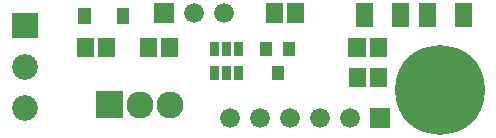
<source format=gbr>
G04 start of page 5 for group -4063 idx -4063 *
G04 Title: (unknown), componentmask *
G04 Creator: pcb 20110918 *
G04 CreationDate: Tue 05 Feb 2013 02:58:24 AM GMT UTC *
G04 For: railfan *
G04 Format: Gerber/RS-274X *
G04 PCB-Dimensions: 170000 48000 *
G04 PCB-Coordinate-Origin: lower left *
%MOIN*%
%FSLAX25Y25*%
%LNTOPMASK*%
%ADD54R,0.0300X0.0300*%
%ADD53R,0.0420X0.0420*%
%ADD52R,0.0572X0.0572*%
%ADD51R,0.0400X0.0400*%
%ADD50C,0.2997*%
%ADD49C,0.0860*%
%ADD48C,0.0900*%
%ADD47C,0.0660*%
%ADD46C,0.0001*%
G54D46*G36*
X57700Y45800D02*Y39200D01*
X64300D01*
Y45800D01*
X57700D01*
G37*
G54D47*X71000Y42500D03*
X81000D03*
X103000Y7500D03*
X93000D03*
X83000D03*
G54D48*X63000Y12000D03*
X53000D03*
G54D46*G36*
X38500Y16500D02*Y7500D01*
X47500D01*
Y16500D01*
X38500D01*
G37*
G36*
X10373Y42745D02*Y34145D01*
X18973D01*
Y42745D01*
X10373D01*
G37*
G54D49*X14673Y24665D03*
Y10886D03*
G54D50*X153000Y17000D03*
G54D46*G36*
X129700Y10800D02*Y4200D01*
X136300D01*
Y10800D01*
X129700D01*
G37*
G54D47*X123000Y7500D03*
X113000D03*
G54D51*X102900Y31000D02*Y30400D01*
X95100Y31000D02*Y30400D01*
X99000Y22800D02*Y22200D01*
G54D52*X149000Y43181D02*Y40819D01*
X160810Y43181D02*Y40819D01*
X132500Y31393D02*Y30607D01*
X125414Y31393D02*Y30607D01*
X139862Y43181D02*Y40819D01*
X128052Y43181D02*Y40819D01*
X132586Y21393D02*Y20607D01*
X125500Y21393D02*Y20607D01*
X105043Y42893D02*Y42107D01*
X97957Y42893D02*Y42107D01*
X63000Y31393D02*Y30607D01*
X55914Y31393D02*Y30607D01*
G54D53*X47400Y42100D02*Y40900D01*
X34500Y42100D02*Y40900D01*
G54D52*X42043Y31393D02*Y30607D01*
G54D54*X78000Y23300D02*Y21700D01*
X81900Y23300D02*Y21700D01*
X85800Y23300D02*Y21700D01*
Y31500D02*Y29900D01*
X81900Y31500D02*Y29900D01*
X78000Y31500D02*Y29900D01*
G54D52*X34957Y31393D02*Y30607D01*
M02*

</source>
